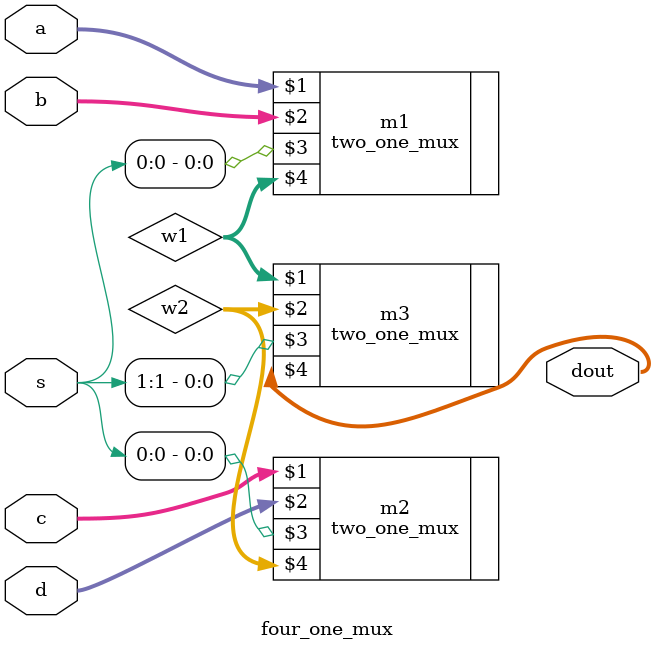
<source format=v>
`timescale 1ns / 1ps


module four_one_mux(
input [1:0]s,
input [3:0]a,b,c,d ,
output [3:0]dout
    );
    
wire [3:0]w1,w2;
two_one_mux m1(a,b,s[0],w1);
two_one_mux m2(c,d,s[0],w2);
two_one_mux m3(w1,w2,s[1],dout);    
endmodule

</source>
